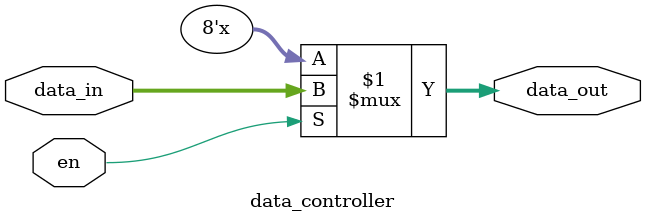
<source format=v>
`timescale 1ns / 1ps


module data_controller(
    input en,
    input [7:0] data_in,
    output [7:0] data_out
    );

    assign data_out = (en)? data_in:8'bzzzz_zzzz;
endmodule

</source>
